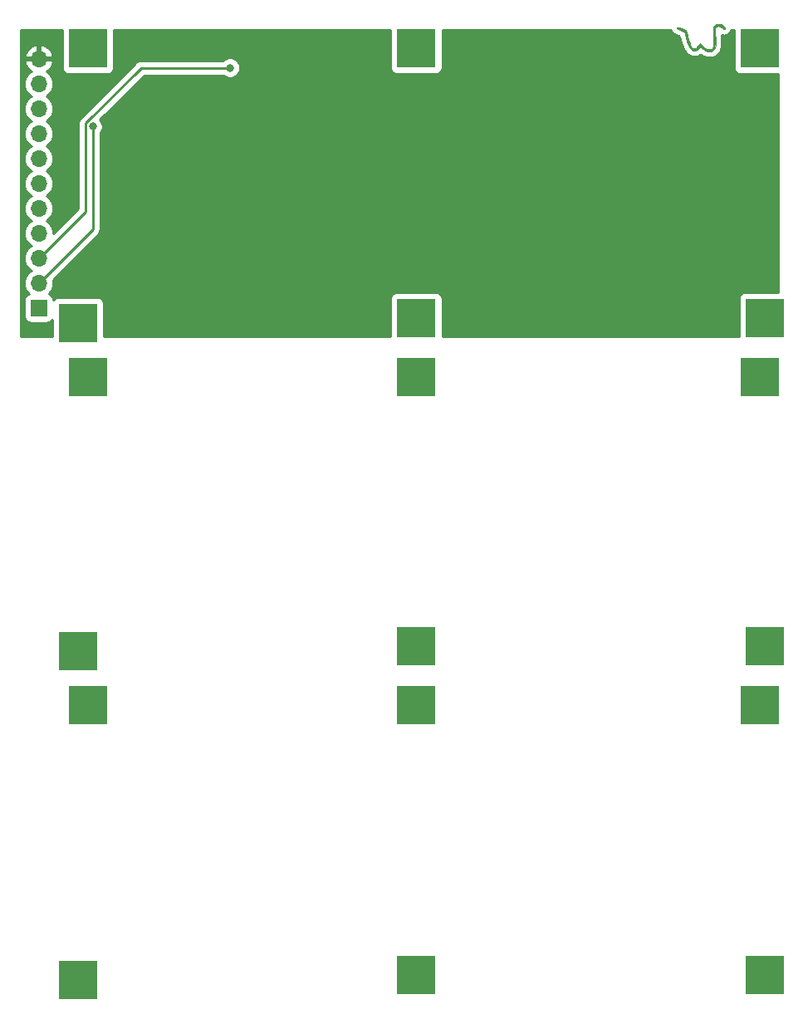
<source format=gbr>
G04 #@! TF.GenerationSoftware,KiCad,Pcbnew,5.1.0*
G04 #@! TF.CreationDate,2019-04-23T13:01:11-05:00*
G04 #@! TF.ProjectId,S4_20Badge,53345f32-3042-4616-9467-652e6b696361,rev?*
G04 #@! TF.SameCoordinates,Original*
G04 #@! TF.FileFunction,Copper,L2,Bot*
G04 #@! TF.FilePolarity,Positive*
%FSLAX46Y46*%
G04 Gerber Fmt 4.6, Leading zero omitted, Abs format (unit mm)*
G04 Created by KiCad (PCBNEW 5.1.0) date 2019-04-23 13:01:11*
%MOMM*%
%LPD*%
G04 APERTURE LIST*
%ADD10C,0.010000*%
%ADD11R,4.000000X4.000000*%
%ADD12R,1.700000X1.700000*%
%ADD13O,1.700000X1.700000*%
%ADD14C,0.800000*%
%ADD15C,0.250000*%
%ADD16C,0.254000*%
G04 APERTURE END LIST*
D10*
G36*
X180630587Y-50579101D02*
G01*
X180447524Y-50671441D01*
X180311592Y-50805243D01*
X180304211Y-50816445D01*
X180265704Y-50886560D01*
X180244213Y-50961161D01*
X180237740Y-51061906D01*
X180244287Y-51210454D01*
X180255088Y-51349000D01*
X180268682Y-51557176D01*
X180279873Y-51815106D01*
X180287394Y-52087886D01*
X180289962Y-52309064D01*
X180289221Y-52541042D01*
X180284387Y-52705025D01*
X180273305Y-52817664D01*
X180253820Y-52895610D01*
X180223775Y-52955512D01*
X180202268Y-52986397D01*
X180116398Y-53071274D01*
X180002822Y-53111004D01*
X179929984Y-53119227D01*
X179682110Y-53100096D01*
X179454281Y-53002890D01*
X179240656Y-52824818D01*
X179185776Y-52763825D01*
X179081108Y-52650241D01*
X178990934Y-52568178D01*
X178933859Y-52534453D01*
X178931888Y-52534334D01*
X178876245Y-52567452D01*
X178802818Y-52651096D01*
X178770495Y-52698393D01*
X178623131Y-52889127D01*
X178473087Y-53003226D01*
X178325716Y-53039020D01*
X178186369Y-52994837D01*
X178092029Y-52910223D01*
X178011347Y-52801415D01*
X177941066Y-52673458D01*
X177873918Y-52509221D01*
X177802636Y-52291574D01*
X177744015Y-52089834D01*
X177684550Y-51879010D01*
X177622317Y-51659557D01*
X177568667Y-51471471D01*
X177557754Y-51433442D01*
X177478584Y-51158050D01*
X177050435Y-50994582D01*
X176832433Y-50915972D01*
X176684002Y-50873703D01*
X176598999Y-50866227D01*
X176577855Y-50875545D01*
X176547323Y-50934474D01*
X176580260Y-50994145D01*
X176682714Y-51059634D01*
X176860730Y-51136021D01*
X176910113Y-51154600D01*
X177069737Y-51216840D01*
X177200704Y-51273866D01*
X177280730Y-51315783D01*
X177291473Y-51323933D01*
X177319685Y-51380037D01*
X177363474Y-51501746D01*
X177417447Y-51672637D01*
X177476210Y-51876288D01*
X177492749Y-51936804D01*
X177603263Y-52318610D01*
X177709349Y-52623568D01*
X177815154Y-52859062D01*
X177924827Y-53032475D01*
X178042515Y-53151190D01*
X178172365Y-53222591D01*
X178223931Y-53238398D01*
X178397621Y-53241191D01*
X178581426Y-53174646D01*
X178753741Y-53047924D01*
X178807431Y-52990944D01*
X178958489Y-52814467D01*
X179128458Y-52991355D01*
X179312966Y-53157866D01*
X179496288Y-53260737D01*
X179709082Y-53314778D01*
X179823587Y-53327186D01*
X179981029Y-53333485D01*
X180090094Y-53317957D01*
X180185756Y-53273620D01*
X180227666Y-53246552D01*
X180355913Y-53118677D01*
X180447302Y-52931493D01*
X180502345Y-52681317D01*
X180521551Y-52364461D01*
X180505431Y-51977242D01*
X180460818Y-51563076D01*
X180432055Y-51311873D01*
X180424811Y-51128459D01*
X180442863Y-50997833D01*
X180489991Y-50904997D01*
X180569973Y-50834951D01*
X180656298Y-50787122D01*
X180801342Y-50742101D01*
X180939703Y-50760585D01*
X181087459Y-50847350D01*
X181203421Y-50949650D01*
X181298884Y-51035110D01*
X181361491Y-51065811D01*
X181413708Y-51051090D01*
X181426473Y-51042361D01*
X181473927Y-50997661D01*
X181467648Y-50948669D01*
X181429475Y-50889482D01*
X181320040Y-50776072D01*
X181167499Y-50669287D01*
X181002595Y-50586782D01*
X180856072Y-50546212D01*
X180829026Y-50544667D01*
X180630587Y-50579101D01*
X180630587Y-50579101D01*
G37*
X180630587Y-50579101D02*
X180447524Y-50671441D01*
X180311592Y-50805243D01*
X180304211Y-50816445D01*
X180265704Y-50886560D01*
X180244213Y-50961161D01*
X180237740Y-51061906D01*
X180244287Y-51210454D01*
X180255088Y-51349000D01*
X180268682Y-51557176D01*
X180279873Y-51815106D01*
X180287394Y-52087886D01*
X180289962Y-52309064D01*
X180289221Y-52541042D01*
X180284387Y-52705025D01*
X180273305Y-52817664D01*
X180253820Y-52895610D01*
X180223775Y-52955512D01*
X180202268Y-52986397D01*
X180116398Y-53071274D01*
X180002822Y-53111004D01*
X179929984Y-53119227D01*
X179682110Y-53100096D01*
X179454281Y-53002890D01*
X179240656Y-52824818D01*
X179185776Y-52763825D01*
X179081108Y-52650241D01*
X178990934Y-52568178D01*
X178933859Y-52534453D01*
X178931888Y-52534334D01*
X178876245Y-52567452D01*
X178802818Y-52651096D01*
X178770495Y-52698393D01*
X178623131Y-52889127D01*
X178473087Y-53003226D01*
X178325716Y-53039020D01*
X178186369Y-52994837D01*
X178092029Y-52910223D01*
X178011347Y-52801415D01*
X177941066Y-52673458D01*
X177873918Y-52509221D01*
X177802636Y-52291574D01*
X177744015Y-52089834D01*
X177684550Y-51879010D01*
X177622317Y-51659557D01*
X177568667Y-51471471D01*
X177557754Y-51433442D01*
X177478584Y-51158050D01*
X177050435Y-50994582D01*
X176832433Y-50915972D01*
X176684002Y-50873703D01*
X176598999Y-50866227D01*
X176577855Y-50875545D01*
X176547323Y-50934474D01*
X176580260Y-50994145D01*
X176682714Y-51059634D01*
X176860730Y-51136021D01*
X176910113Y-51154600D01*
X177069737Y-51216840D01*
X177200704Y-51273866D01*
X177280730Y-51315783D01*
X177291473Y-51323933D01*
X177319685Y-51380037D01*
X177363474Y-51501746D01*
X177417447Y-51672637D01*
X177476210Y-51876288D01*
X177492749Y-51936804D01*
X177603263Y-52318610D01*
X177709349Y-52623568D01*
X177815154Y-52859062D01*
X177924827Y-53032475D01*
X178042515Y-53151190D01*
X178172365Y-53222591D01*
X178223931Y-53238398D01*
X178397621Y-53241191D01*
X178581426Y-53174646D01*
X178753741Y-53047924D01*
X178807431Y-52990944D01*
X178958489Y-52814467D01*
X179128458Y-52991355D01*
X179312966Y-53157866D01*
X179496288Y-53260737D01*
X179709082Y-53314778D01*
X179823587Y-53327186D01*
X179981029Y-53333485D01*
X180090094Y-53317957D01*
X180185756Y-53273620D01*
X180227666Y-53246552D01*
X180355913Y-53118677D01*
X180447302Y-52931493D01*
X180502345Y-52681317D01*
X180521551Y-52364461D01*
X180505431Y-51977242D01*
X180460818Y-51563076D01*
X180432055Y-51311873D01*
X180424811Y-51128459D01*
X180442863Y-50997833D01*
X180489991Y-50904997D01*
X180569973Y-50834951D01*
X180656298Y-50787122D01*
X180801342Y-50742101D01*
X180939703Y-50760585D01*
X181087459Y-50847350D01*
X181203421Y-50949650D01*
X181298884Y-51035110D01*
X181361491Y-51065811D01*
X181413708Y-51051090D01*
X181426473Y-51042361D01*
X181473927Y-50997661D01*
X181467648Y-50948669D01*
X181429475Y-50889482D01*
X181320040Y-50776072D01*
X181167499Y-50669287D01*
X181002595Y-50586782D01*
X180856072Y-50546212D01*
X180829026Y-50544667D01*
X180630587Y-50579101D01*
D11*
X115500000Y-148000000D03*
X116500000Y-120000000D03*
X185000000Y-120000000D03*
X185500000Y-147500000D03*
X150000000Y-120000000D03*
X150000000Y-147500000D03*
X185500000Y-114000000D03*
X150000000Y-86500000D03*
X150000000Y-114000000D03*
X185000000Y-86500000D03*
X115500000Y-114500000D03*
X116500000Y-86500000D03*
X115500000Y-81000000D03*
X185500000Y-80500000D03*
X185000000Y-53000000D03*
X150000000Y-80500000D03*
X150000000Y-53000000D03*
X116500000Y-53000000D03*
D12*
X111500000Y-79500000D03*
D13*
X111500000Y-76960000D03*
X111500000Y-74420000D03*
X111500000Y-71880000D03*
X111500000Y-69340000D03*
X111500000Y-66800000D03*
X111500000Y-64260000D03*
X111500000Y-61720000D03*
X111500000Y-59180000D03*
X111500000Y-56640000D03*
X111500000Y-54100000D03*
D14*
X117000000Y-61000000D03*
X131000000Y-55000000D03*
X121500000Y-74500000D03*
X126000000Y-69000000D03*
X158500000Y-59000000D03*
X144000000Y-70000000D03*
D15*
X111500000Y-76960000D02*
X117000000Y-71460000D01*
X117000000Y-71460000D02*
X117000000Y-61000000D01*
X121926998Y-55000000D02*
X131000000Y-55000000D01*
X116274999Y-60651999D02*
X121926998Y-55000000D01*
X111500000Y-74420000D02*
X116274999Y-69645001D01*
X116274999Y-69645001D02*
X116274999Y-60651999D01*
D16*
G36*
X113861928Y-55000000D02*
G01*
X113874188Y-55124482D01*
X113910498Y-55244180D01*
X113969463Y-55354494D01*
X114048815Y-55451185D01*
X114145506Y-55530537D01*
X114255820Y-55589502D01*
X114375518Y-55625812D01*
X114500000Y-55638072D01*
X118500000Y-55638072D01*
X118624482Y-55625812D01*
X118744180Y-55589502D01*
X118854494Y-55530537D01*
X118951185Y-55451185D01*
X119030537Y-55354494D01*
X119089502Y-55244180D01*
X119125812Y-55124482D01*
X119138072Y-55000000D01*
X119138072Y-51127000D01*
X147361928Y-51127000D01*
X147361928Y-55000000D01*
X147374188Y-55124482D01*
X147410498Y-55244180D01*
X147469463Y-55354494D01*
X147548815Y-55451185D01*
X147645506Y-55530537D01*
X147755820Y-55589502D01*
X147875518Y-55625812D01*
X148000000Y-55638072D01*
X152000000Y-55638072D01*
X152124482Y-55625812D01*
X152244180Y-55589502D01*
X152354494Y-55530537D01*
X152451185Y-55451185D01*
X152530537Y-55354494D01*
X152589502Y-55244180D01*
X152625812Y-55124482D01*
X152638072Y-55000000D01*
X152638072Y-51127000D01*
X175937081Y-51127000D01*
X175959924Y-51180786D01*
X175982749Y-51235899D01*
X175985415Y-51240808D01*
X175985471Y-51240941D01*
X175985549Y-51241056D01*
X175987013Y-51243752D01*
X176019950Y-51303423D01*
X176036780Y-51327912D01*
X176051011Y-51354000D01*
X176072069Y-51379263D01*
X176090694Y-51406364D01*
X176111961Y-51427119D01*
X176130987Y-51449944D01*
X176156551Y-51470636D01*
X176180085Y-51493604D01*
X176204971Y-51509829D01*
X176228074Y-51528529D01*
X176235570Y-51533394D01*
X176338024Y-51598882D01*
X176380612Y-51620570D01*
X176422155Y-51644193D01*
X176430342Y-51647774D01*
X176608358Y-51724161D01*
X176618006Y-51727226D01*
X176627027Y-51731826D01*
X176635369Y-51735031D01*
X176681118Y-51752242D01*
X176784111Y-51792401D01*
X176804747Y-51857740D01*
X176860041Y-52049366D01*
X176875390Y-52105528D01*
X176875504Y-52105827D01*
X176875559Y-52106147D01*
X176877984Y-52114748D01*
X176988498Y-52496555D01*
X176993143Y-52508201D01*
X176995916Y-52520427D01*
X176998793Y-52528887D01*
X177104879Y-52833845D01*
X177114755Y-52855238D01*
X177121958Y-52877680D01*
X177125564Y-52885856D01*
X177231369Y-53121351D01*
X177251674Y-53156813D01*
X177269527Y-53193564D01*
X177274251Y-53201150D01*
X177383924Y-53374562D01*
X177385442Y-53376511D01*
X177386569Y-53378709D01*
X177423835Y-53425810D01*
X177460671Y-53473109D01*
X177462535Y-53474723D01*
X177464070Y-53476663D01*
X177470317Y-53483053D01*
X177588005Y-53601768D01*
X177607141Y-53617626D01*
X177624282Y-53635629D01*
X177655124Y-53657390D01*
X177684179Y-53681468D01*
X177706027Y-53693305D01*
X177726341Y-53707638D01*
X177734142Y-53711998D01*
X177863992Y-53783399D01*
X177920111Y-53807458D01*
X177976269Y-53831809D01*
X177978680Y-53832567D01*
X177978793Y-53832615D01*
X177978920Y-53832642D01*
X177984795Y-53834488D01*
X178036360Y-53850294D01*
X178058956Y-53854868D01*
X178080820Y-53862192D01*
X178120043Y-53867232D01*
X178158784Y-53875073D01*
X178181829Y-53875170D01*
X178204707Y-53878110D01*
X178213641Y-53878315D01*
X178387330Y-53881108D01*
X178436404Y-53877092D01*
X178485612Y-53875113D01*
X178498552Y-53872006D01*
X178511820Y-53870920D01*
X178559179Y-53857448D01*
X178607065Y-53845950D01*
X178615489Y-53842966D01*
X178799293Y-53776422D01*
X178821658Y-53765753D01*
X178845112Y-53757800D01*
X178877892Y-53738927D01*
X178912029Y-53722643D01*
X178931881Y-53707844D01*
X178953359Y-53695479D01*
X178960594Y-53690234D01*
X178961118Y-53689848D01*
X178984636Y-53707228D01*
X178988516Y-53709059D01*
X178992009Y-53711569D01*
X178999772Y-53715996D01*
X179183094Y-53818867D01*
X179198729Y-53825730D01*
X179213228Y-53834737D01*
X179255798Y-53850780D01*
X179297467Y-53869071D01*
X179314135Y-53872766D01*
X179330109Y-53878786D01*
X179338755Y-53881046D01*
X179551549Y-53935087D01*
X179591652Y-53941187D01*
X179631257Y-53950029D01*
X179640134Y-53951053D01*
X179754639Y-53963461D01*
X179771954Y-53963638D01*
X179789076Y-53966255D01*
X179798002Y-53966674D01*
X179955444Y-53972973D01*
X180008861Y-53969885D01*
X180062383Y-53968294D01*
X180071239Y-53967095D01*
X180180304Y-53951567D01*
X180206183Y-53945257D01*
X180232610Y-53941887D01*
X180266723Y-53930495D01*
X180301655Y-53921978D01*
X180325808Y-53910765D01*
X180351085Y-53902324D01*
X180359218Y-53898622D01*
X180454880Y-53854285D01*
X180489485Y-53833928D01*
X180525442Y-53816035D01*
X180532982Y-53811239D01*
X180574892Y-53784171D01*
X180575159Y-53783959D01*
X180575455Y-53783806D01*
X180624474Y-53744792D01*
X180672703Y-53706488D01*
X180672916Y-53706237D01*
X180673185Y-53706023D01*
X180679557Y-53699757D01*
X180807804Y-53571882D01*
X180832880Y-53541444D01*
X180860081Y-53512903D01*
X180872499Y-53493353D01*
X180887225Y-53475478D01*
X180905903Y-53440764D01*
X180927052Y-53407469D01*
X180931028Y-53399466D01*
X181022417Y-53212282D01*
X181025575Y-53203800D01*
X181030101Y-53195964D01*
X181047348Y-53145327D01*
X181066003Y-53095227D01*
X181067452Y-53086301D01*
X181070372Y-53077729D01*
X181072352Y-53069015D01*
X181127395Y-52818838D01*
X181132781Y-52773728D01*
X181140570Y-52728955D01*
X181141173Y-52720039D01*
X181160379Y-52403183D01*
X181159328Y-52374952D01*
X181161307Y-52346771D01*
X181160997Y-52337840D01*
X181144877Y-51950622D01*
X181142572Y-51934187D01*
X181142645Y-51917591D01*
X181141750Y-51908699D01*
X181114246Y-51653368D01*
X181118744Y-51655052D01*
X181156766Y-51672184D01*
X181177126Y-51676905D01*
X181196686Y-51684227D01*
X181237815Y-51690978D01*
X181278444Y-51700400D01*
X181299331Y-51701077D01*
X181319942Y-51704460D01*
X181361613Y-51703094D01*
X181403285Y-51704444D01*
X181423897Y-51701053D01*
X181444781Y-51700368D01*
X181485390Y-51690935D01*
X181526533Y-51684165D01*
X181535150Y-51681800D01*
X181587367Y-51667079D01*
X181621818Y-51653616D01*
X181657234Y-51642947D01*
X181679853Y-51630938D01*
X181703706Y-51621617D01*
X181734880Y-51601723D01*
X181753103Y-51592048D01*
X181758853Y-51589282D01*
X181760160Y-51588301D01*
X181767555Y-51584375D01*
X181774966Y-51579382D01*
X181787731Y-51570653D01*
X181801025Y-51559512D01*
X181808999Y-51554423D01*
X181822393Y-51541604D01*
X181822479Y-51541532D01*
X181858754Y-51514308D01*
X181865301Y-51508226D01*
X181912755Y-51463526D01*
X181943637Y-51428139D01*
X181976208Y-51394290D01*
X181984635Y-51381162D01*
X181994885Y-51369417D01*
X182018299Y-51328717D01*
X182043681Y-51289176D01*
X182049397Y-51274661D01*
X182057171Y-51261149D01*
X182072240Y-51216661D01*
X182089452Y-51172958D01*
X182092238Y-51157622D01*
X182097243Y-51142846D01*
X182099332Y-51127000D01*
X182361928Y-51127000D01*
X182361928Y-55000000D01*
X182374188Y-55124482D01*
X182410498Y-55244180D01*
X182469463Y-55354494D01*
X182548815Y-55451185D01*
X182645506Y-55530537D01*
X182755820Y-55589502D01*
X182875518Y-55625812D01*
X183000000Y-55638072D01*
X186873000Y-55638072D01*
X186873000Y-77861928D01*
X183500000Y-77861928D01*
X183375518Y-77874188D01*
X183255820Y-77910498D01*
X183145506Y-77969463D01*
X183048815Y-78048815D01*
X182969463Y-78145506D01*
X182910498Y-78255820D01*
X182874188Y-78375518D01*
X182861928Y-78500000D01*
X182861928Y-82373000D01*
X152638072Y-82373000D01*
X152638072Y-78500000D01*
X152625812Y-78375518D01*
X152589502Y-78255820D01*
X152530537Y-78145506D01*
X152451185Y-78048815D01*
X152354494Y-77969463D01*
X152244180Y-77910498D01*
X152124482Y-77874188D01*
X152000000Y-77861928D01*
X148000000Y-77861928D01*
X147875518Y-77874188D01*
X147755820Y-77910498D01*
X147645506Y-77969463D01*
X147548815Y-78048815D01*
X147469463Y-78145506D01*
X147410498Y-78255820D01*
X147374188Y-78375518D01*
X147361928Y-78500000D01*
X147361928Y-82373000D01*
X118138072Y-82373000D01*
X118138072Y-79000000D01*
X118125812Y-78875518D01*
X118089502Y-78755820D01*
X118030537Y-78645506D01*
X117951185Y-78548815D01*
X117854494Y-78469463D01*
X117744180Y-78410498D01*
X117624482Y-78374188D01*
X117500000Y-78361928D01*
X113500000Y-78361928D01*
X113375518Y-78374188D01*
X113255820Y-78410498D01*
X113145506Y-78469463D01*
X113048815Y-78548815D01*
X112985683Y-78625742D01*
X112975812Y-78525518D01*
X112939502Y-78405820D01*
X112880537Y-78295506D01*
X112801185Y-78198815D01*
X112704494Y-78119463D01*
X112594180Y-78060498D01*
X112525313Y-78039607D01*
X112555134Y-78015134D01*
X112740706Y-77789014D01*
X112878599Y-77531034D01*
X112963513Y-77251111D01*
X112992185Y-76960000D01*
X112963513Y-76668889D01*
X112940797Y-76594004D01*
X117511004Y-72023798D01*
X117540001Y-72000001D01*
X117634974Y-71884276D01*
X117705546Y-71752247D01*
X117749003Y-71608986D01*
X117760000Y-71497333D01*
X117760000Y-71497332D01*
X117763677Y-71460000D01*
X117760000Y-71422667D01*
X117760000Y-61703711D01*
X117803937Y-61659774D01*
X117917205Y-61490256D01*
X117995226Y-61301898D01*
X118035000Y-61101939D01*
X118035000Y-60898061D01*
X117995226Y-60698102D01*
X117917205Y-60509744D01*
X117803937Y-60340226D01*
X117732755Y-60269044D01*
X122241800Y-55760000D01*
X130296289Y-55760000D01*
X130340226Y-55803937D01*
X130509744Y-55917205D01*
X130698102Y-55995226D01*
X130898061Y-56035000D01*
X131101939Y-56035000D01*
X131301898Y-55995226D01*
X131490256Y-55917205D01*
X131659774Y-55803937D01*
X131803937Y-55659774D01*
X131917205Y-55490256D01*
X131995226Y-55301898D01*
X132035000Y-55101939D01*
X132035000Y-54898061D01*
X131995226Y-54698102D01*
X131917205Y-54509744D01*
X131803937Y-54340226D01*
X131659774Y-54196063D01*
X131490256Y-54082795D01*
X131301898Y-54004774D01*
X131101939Y-53965000D01*
X130898061Y-53965000D01*
X130698102Y-54004774D01*
X130509744Y-54082795D01*
X130340226Y-54196063D01*
X130296289Y-54240000D01*
X121964323Y-54240000D01*
X121926998Y-54236324D01*
X121889673Y-54240000D01*
X121889665Y-54240000D01*
X121778012Y-54250997D01*
X121634751Y-54294454D01*
X121502722Y-54365026D01*
X121386997Y-54459999D01*
X121363199Y-54488997D01*
X115763997Y-60088200D01*
X115734999Y-60111998D01*
X115711201Y-60140996D01*
X115711200Y-60140997D01*
X115640025Y-60227723D01*
X115569453Y-60359753D01*
X115525997Y-60503014D01*
X115511323Y-60651999D01*
X115515000Y-60689331D01*
X115514999Y-69330199D01*
X112989765Y-71855433D01*
X112963513Y-71588889D01*
X112878599Y-71308966D01*
X112740706Y-71050986D01*
X112555134Y-70824866D01*
X112329014Y-70639294D01*
X112274209Y-70610000D01*
X112329014Y-70580706D01*
X112555134Y-70395134D01*
X112740706Y-70169014D01*
X112878599Y-69911034D01*
X112963513Y-69631111D01*
X112992185Y-69340000D01*
X112963513Y-69048889D01*
X112878599Y-68768966D01*
X112740706Y-68510986D01*
X112555134Y-68284866D01*
X112329014Y-68099294D01*
X112274209Y-68070000D01*
X112329014Y-68040706D01*
X112555134Y-67855134D01*
X112740706Y-67629014D01*
X112878599Y-67371034D01*
X112963513Y-67091111D01*
X112992185Y-66800000D01*
X112963513Y-66508889D01*
X112878599Y-66228966D01*
X112740706Y-65970986D01*
X112555134Y-65744866D01*
X112329014Y-65559294D01*
X112274209Y-65530000D01*
X112329014Y-65500706D01*
X112555134Y-65315134D01*
X112740706Y-65089014D01*
X112878599Y-64831034D01*
X112963513Y-64551111D01*
X112992185Y-64260000D01*
X112963513Y-63968889D01*
X112878599Y-63688966D01*
X112740706Y-63430986D01*
X112555134Y-63204866D01*
X112329014Y-63019294D01*
X112274209Y-62990000D01*
X112329014Y-62960706D01*
X112555134Y-62775134D01*
X112740706Y-62549014D01*
X112878599Y-62291034D01*
X112963513Y-62011111D01*
X112992185Y-61720000D01*
X112963513Y-61428889D01*
X112878599Y-61148966D01*
X112740706Y-60890986D01*
X112555134Y-60664866D01*
X112329014Y-60479294D01*
X112274209Y-60450000D01*
X112329014Y-60420706D01*
X112555134Y-60235134D01*
X112740706Y-60009014D01*
X112878599Y-59751034D01*
X112963513Y-59471111D01*
X112992185Y-59180000D01*
X112963513Y-58888889D01*
X112878599Y-58608966D01*
X112740706Y-58350986D01*
X112555134Y-58124866D01*
X112329014Y-57939294D01*
X112274209Y-57910000D01*
X112329014Y-57880706D01*
X112555134Y-57695134D01*
X112740706Y-57469014D01*
X112878599Y-57211034D01*
X112963513Y-56931111D01*
X112992185Y-56640000D01*
X112963513Y-56348889D01*
X112878599Y-56068966D01*
X112740706Y-55810986D01*
X112555134Y-55584866D01*
X112329014Y-55399294D01*
X112264477Y-55364799D01*
X112381355Y-55295178D01*
X112597588Y-55100269D01*
X112771641Y-54866920D01*
X112896825Y-54604099D01*
X112941476Y-54456890D01*
X112820155Y-54227000D01*
X111627000Y-54227000D01*
X111627000Y-54247000D01*
X111373000Y-54247000D01*
X111373000Y-54227000D01*
X110179845Y-54227000D01*
X110058524Y-54456890D01*
X110103175Y-54604099D01*
X110228359Y-54866920D01*
X110402412Y-55100269D01*
X110618645Y-55295178D01*
X110735523Y-55364799D01*
X110670986Y-55399294D01*
X110444866Y-55584866D01*
X110259294Y-55810986D01*
X110121401Y-56068966D01*
X110036487Y-56348889D01*
X110007815Y-56640000D01*
X110036487Y-56931111D01*
X110121401Y-57211034D01*
X110259294Y-57469014D01*
X110444866Y-57695134D01*
X110670986Y-57880706D01*
X110725791Y-57910000D01*
X110670986Y-57939294D01*
X110444866Y-58124866D01*
X110259294Y-58350986D01*
X110121401Y-58608966D01*
X110036487Y-58888889D01*
X110007815Y-59180000D01*
X110036487Y-59471111D01*
X110121401Y-59751034D01*
X110259294Y-60009014D01*
X110444866Y-60235134D01*
X110670986Y-60420706D01*
X110725791Y-60450000D01*
X110670986Y-60479294D01*
X110444866Y-60664866D01*
X110259294Y-60890986D01*
X110121401Y-61148966D01*
X110036487Y-61428889D01*
X110007815Y-61720000D01*
X110036487Y-62011111D01*
X110121401Y-62291034D01*
X110259294Y-62549014D01*
X110444866Y-62775134D01*
X110670986Y-62960706D01*
X110725791Y-62990000D01*
X110670986Y-63019294D01*
X110444866Y-63204866D01*
X110259294Y-63430986D01*
X110121401Y-63688966D01*
X110036487Y-63968889D01*
X110007815Y-64260000D01*
X110036487Y-64551111D01*
X110121401Y-64831034D01*
X110259294Y-65089014D01*
X110444866Y-65315134D01*
X110670986Y-65500706D01*
X110725791Y-65530000D01*
X110670986Y-65559294D01*
X110444866Y-65744866D01*
X110259294Y-65970986D01*
X110121401Y-66228966D01*
X110036487Y-66508889D01*
X110007815Y-66800000D01*
X110036487Y-67091111D01*
X110121401Y-67371034D01*
X110259294Y-67629014D01*
X110444866Y-67855134D01*
X110670986Y-68040706D01*
X110725791Y-68070000D01*
X110670986Y-68099294D01*
X110444866Y-68284866D01*
X110259294Y-68510986D01*
X110121401Y-68768966D01*
X110036487Y-69048889D01*
X110007815Y-69340000D01*
X110036487Y-69631111D01*
X110121401Y-69911034D01*
X110259294Y-70169014D01*
X110444866Y-70395134D01*
X110670986Y-70580706D01*
X110725791Y-70610000D01*
X110670986Y-70639294D01*
X110444866Y-70824866D01*
X110259294Y-71050986D01*
X110121401Y-71308966D01*
X110036487Y-71588889D01*
X110007815Y-71880000D01*
X110036487Y-72171111D01*
X110121401Y-72451034D01*
X110259294Y-72709014D01*
X110444866Y-72935134D01*
X110670986Y-73120706D01*
X110725791Y-73150000D01*
X110670986Y-73179294D01*
X110444866Y-73364866D01*
X110259294Y-73590986D01*
X110121401Y-73848966D01*
X110036487Y-74128889D01*
X110007815Y-74420000D01*
X110036487Y-74711111D01*
X110121401Y-74991034D01*
X110259294Y-75249014D01*
X110444866Y-75475134D01*
X110670986Y-75660706D01*
X110725791Y-75690000D01*
X110670986Y-75719294D01*
X110444866Y-75904866D01*
X110259294Y-76130986D01*
X110121401Y-76388966D01*
X110036487Y-76668889D01*
X110007815Y-76960000D01*
X110036487Y-77251111D01*
X110121401Y-77531034D01*
X110259294Y-77789014D01*
X110444866Y-78015134D01*
X110474687Y-78039607D01*
X110405820Y-78060498D01*
X110295506Y-78119463D01*
X110198815Y-78198815D01*
X110119463Y-78295506D01*
X110060498Y-78405820D01*
X110024188Y-78525518D01*
X110011928Y-78650000D01*
X110011928Y-80350000D01*
X110024188Y-80474482D01*
X110060498Y-80594180D01*
X110119463Y-80704494D01*
X110198815Y-80801185D01*
X110295506Y-80880537D01*
X110405820Y-80939502D01*
X110525518Y-80975812D01*
X110650000Y-80988072D01*
X112350000Y-80988072D01*
X112474482Y-80975812D01*
X112594180Y-80939502D01*
X112704494Y-80880537D01*
X112801185Y-80801185D01*
X112861928Y-80727169D01*
X112861928Y-82373000D01*
X109627000Y-82373000D01*
X109627000Y-53743110D01*
X110058524Y-53743110D01*
X110179845Y-53973000D01*
X111373000Y-53973000D01*
X111373000Y-52779186D01*
X111627000Y-52779186D01*
X111627000Y-53973000D01*
X112820155Y-53973000D01*
X112941476Y-53743110D01*
X112896825Y-53595901D01*
X112771641Y-53333080D01*
X112597588Y-53099731D01*
X112381355Y-52904822D01*
X112131252Y-52755843D01*
X111856891Y-52658519D01*
X111627000Y-52779186D01*
X111373000Y-52779186D01*
X111143109Y-52658519D01*
X110868748Y-52755843D01*
X110618645Y-52904822D01*
X110402412Y-53099731D01*
X110228359Y-53333080D01*
X110103175Y-53595901D01*
X110058524Y-53743110D01*
X109627000Y-53743110D01*
X109627000Y-51127000D01*
X113861928Y-51127000D01*
X113861928Y-55000000D01*
X113861928Y-55000000D01*
G37*
X113861928Y-55000000D02*
X113874188Y-55124482D01*
X113910498Y-55244180D01*
X113969463Y-55354494D01*
X114048815Y-55451185D01*
X114145506Y-55530537D01*
X114255820Y-55589502D01*
X114375518Y-55625812D01*
X114500000Y-55638072D01*
X118500000Y-55638072D01*
X118624482Y-55625812D01*
X118744180Y-55589502D01*
X118854494Y-55530537D01*
X118951185Y-55451185D01*
X119030537Y-55354494D01*
X119089502Y-55244180D01*
X119125812Y-55124482D01*
X119138072Y-55000000D01*
X119138072Y-51127000D01*
X147361928Y-51127000D01*
X147361928Y-55000000D01*
X147374188Y-55124482D01*
X147410498Y-55244180D01*
X147469463Y-55354494D01*
X147548815Y-55451185D01*
X147645506Y-55530537D01*
X147755820Y-55589502D01*
X147875518Y-55625812D01*
X148000000Y-55638072D01*
X152000000Y-55638072D01*
X152124482Y-55625812D01*
X152244180Y-55589502D01*
X152354494Y-55530537D01*
X152451185Y-55451185D01*
X152530537Y-55354494D01*
X152589502Y-55244180D01*
X152625812Y-55124482D01*
X152638072Y-55000000D01*
X152638072Y-51127000D01*
X175937081Y-51127000D01*
X175959924Y-51180786D01*
X175982749Y-51235899D01*
X175985415Y-51240808D01*
X175985471Y-51240941D01*
X175985549Y-51241056D01*
X175987013Y-51243752D01*
X176019950Y-51303423D01*
X176036780Y-51327912D01*
X176051011Y-51354000D01*
X176072069Y-51379263D01*
X176090694Y-51406364D01*
X176111961Y-51427119D01*
X176130987Y-51449944D01*
X176156551Y-51470636D01*
X176180085Y-51493604D01*
X176204971Y-51509829D01*
X176228074Y-51528529D01*
X176235570Y-51533394D01*
X176338024Y-51598882D01*
X176380612Y-51620570D01*
X176422155Y-51644193D01*
X176430342Y-51647774D01*
X176608358Y-51724161D01*
X176618006Y-51727226D01*
X176627027Y-51731826D01*
X176635369Y-51735031D01*
X176681118Y-51752242D01*
X176784111Y-51792401D01*
X176804747Y-51857740D01*
X176860041Y-52049366D01*
X176875390Y-52105528D01*
X176875504Y-52105827D01*
X176875559Y-52106147D01*
X176877984Y-52114748D01*
X176988498Y-52496555D01*
X176993143Y-52508201D01*
X176995916Y-52520427D01*
X176998793Y-52528887D01*
X177104879Y-52833845D01*
X177114755Y-52855238D01*
X177121958Y-52877680D01*
X177125564Y-52885856D01*
X177231369Y-53121351D01*
X177251674Y-53156813D01*
X177269527Y-53193564D01*
X177274251Y-53201150D01*
X177383924Y-53374562D01*
X177385442Y-53376511D01*
X177386569Y-53378709D01*
X177423835Y-53425810D01*
X177460671Y-53473109D01*
X177462535Y-53474723D01*
X177464070Y-53476663D01*
X177470317Y-53483053D01*
X177588005Y-53601768D01*
X177607141Y-53617626D01*
X177624282Y-53635629D01*
X177655124Y-53657390D01*
X177684179Y-53681468D01*
X177706027Y-53693305D01*
X177726341Y-53707638D01*
X177734142Y-53711998D01*
X177863992Y-53783399D01*
X177920111Y-53807458D01*
X177976269Y-53831809D01*
X177978680Y-53832567D01*
X177978793Y-53832615D01*
X177978920Y-53832642D01*
X177984795Y-53834488D01*
X178036360Y-53850294D01*
X178058956Y-53854868D01*
X178080820Y-53862192D01*
X178120043Y-53867232D01*
X178158784Y-53875073D01*
X178181829Y-53875170D01*
X178204707Y-53878110D01*
X178213641Y-53878315D01*
X178387330Y-53881108D01*
X178436404Y-53877092D01*
X178485612Y-53875113D01*
X178498552Y-53872006D01*
X178511820Y-53870920D01*
X178559179Y-53857448D01*
X178607065Y-53845950D01*
X178615489Y-53842966D01*
X178799293Y-53776422D01*
X178821658Y-53765753D01*
X178845112Y-53757800D01*
X178877892Y-53738927D01*
X178912029Y-53722643D01*
X178931881Y-53707844D01*
X178953359Y-53695479D01*
X178960594Y-53690234D01*
X178961118Y-53689848D01*
X178984636Y-53707228D01*
X178988516Y-53709059D01*
X178992009Y-53711569D01*
X178999772Y-53715996D01*
X179183094Y-53818867D01*
X179198729Y-53825730D01*
X179213228Y-53834737D01*
X179255798Y-53850780D01*
X179297467Y-53869071D01*
X179314135Y-53872766D01*
X179330109Y-53878786D01*
X179338755Y-53881046D01*
X179551549Y-53935087D01*
X179591652Y-53941187D01*
X179631257Y-53950029D01*
X179640134Y-53951053D01*
X179754639Y-53963461D01*
X179771954Y-53963638D01*
X179789076Y-53966255D01*
X179798002Y-53966674D01*
X179955444Y-53972973D01*
X180008861Y-53969885D01*
X180062383Y-53968294D01*
X180071239Y-53967095D01*
X180180304Y-53951567D01*
X180206183Y-53945257D01*
X180232610Y-53941887D01*
X180266723Y-53930495D01*
X180301655Y-53921978D01*
X180325808Y-53910765D01*
X180351085Y-53902324D01*
X180359218Y-53898622D01*
X180454880Y-53854285D01*
X180489485Y-53833928D01*
X180525442Y-53816035D01*
X180532982Y-53811239D01*
X180574892Y-53784171D01*
X180575159Y-53783959D01*
X180575455Y-53783806D01*
X180624474Y-53744792D01*
X180672703Y-53706488D01*
X180672916Y-53706237D01*
X180673185Y-53706023D01*
X180679557Y-53699757D01*
X180807804Y-53571882D01*
X180832880Y-53541444D01*
X180860081Y-53512903D01*
X180872499Y-53493353D01*
X180887225Y-53475478D01*
X180905903Y-53440764D01*
X180927052Y-53407469D01*
X180931028Y-53399466D01*
X181022417Y-53212282D01*
X181025575Y-53203800D01*
X181030101Y-53195964D01*
X181047348Y-53145327D01*
X181066003Y-53095227D01*
X181067452Y-53086301D01*
X181070372Y-53077729D01*
X181072352Y-53069015D01*
X181127395Y-52818838D01*
X181132781Y-52773728D01*
X181140570Y-52728955D01*
X181141173Y-52720039D01*
X181160379Y-52403183D01*
X181159328Y-52374952D01*
X181161307Y-52346771D01*
X181160997Y-52337840D01*
X181144877Y-51950622D01*
X181142572Y-51934187D01*
X181142645Y-51917591D01*
X181141750Y-51908699D01*
X181114246Y-51653368D01*
X181118744Y-51655052D01*
X181156766Y-51672184D01*
X181177126Y-51676905D01*
X181196686Y-51684227D01*
X181237815Y-51690978D01*
X181278444Y-51700400D01*
X181299331Y-51701077D01*
X181319942Y-51704460D01*
X181361613Y-51703094D01*
X181403285Y-51704444D01*
X181423897Y-51701053D01*
X181444781Y-51700368D01*
X181485390Y-51690935D01*
X181526533Y-51684165D01*
X181535150Y-51681800D01*
X181587367Y-51667079D01*
X181621818Y-51653616D01*
X181657234Y-51642947D01*
X181679853Y-51630938D01*
X181703706Y-51621617D01*
X181734880Y-51601723D01*
X181753103Y-51592048D01*
X181758853Y-51589282D01*
X181760160Y-51588301D01*
X181767555Y-51584375D01*
X181774966Y-51579382D01*
X181787731Y-51570653D01*
X181801025Y-51559512D01*
X181808999Y-51554423D01*
X181822393Y-51541604D01*
X181822479Y-51541532D01*
X181858754Y-51514308D01*
X181865301Y-51508226D01*
X181912755Y-51463526D01*
X181943637Y-51428139D01*
X181976208Y-51394290D01*
X181984635Y-51381162D01*
X181994885Y-51369417D01*
X182018299Y-51328717D01*
X182043681Y-51289176D01*
X182049397Y-51274661D01*
X182057171Y-51261149D01*
X182072240Y-51216661D01*
X182089452Y-51172958D01*
X182092238Y-51157622D01*
X182097243Y-51142846D01*
X182099332Y-51127000D01*
X182361928Y-51127000D01*
X182361928Y-55000000D01*
X182374188Y-55124482D01*
X182410498Y-55244180D01*
X182469463Y-55354494D01*
X182548815Y-55451185D01*
X182645506Y-55530537D01*
X182755820Y-55589502D01*
X182875518Y-55625812D01*
X183000000Y-55638072D01*
X186873000Y-55638072D01*
X186873000Y-77861928D01*
X183500000Y-77861928D01*
X183375518Y-77874188D01*
X183255820Y-77910498D01*
X183145506Y-77969463D01*
X183048815Y-78048815D01*
X182969463Y-78145506D01*
X182910498Y-78255820D01*
X182874188Y-78375518D01*
X182861928Y-78500000D01*
X182861928Y-82373000D01*
X152638072Y-82373000D01*
X152638072Y-78500000D01*
X152625812Y-78375518D01*
X152589502Y-78255820D01*
X152530537Y-78145506D01*
X152451185Y-78048815D01*
X152354494Y-77969463D01*
X152244180Y-77910498D01*
X152124482Y-77874188D01*
X152000000Y-77861928D01*
X148000000Y-77861928D01*
X147875518Y-77874188D01*
X147755820Y-77910498D01*
X147645506Y-77969463D01*
X147548815Y-78048815D01*
X147469463Y-78145506D01*
X147410498Y-78255820D01*
X147374188Y-78375518D01*
X147361928Y-78500000D01*
X147361928Y-82373000D01*
X118138072Y-82373000D01*
X118138072Y-79000000D01*
X118125812Y-78875518D01*
X118089502Y-78755820D01*
X118030537Y-78645506D01*
X117951185Y-78548815D01*
X117854494Y-78469463D01*
X117744180Y-78410498D01*
X117624482Y-78374188D01*
X117500000Y-78361928D01*
X113500000Y-78361928D01*
X113375518Y-78374188D01*
X113255820Y-78410498D01*
X113145506Y-78469463D01*
X113048815Y-78548815D01*
X112985683Y-78625742D01*
X112975812Y-78525518D01*
X112939502Y-78405820D01*
X112880537Y-78295506D01*
X112801185Y-78198815D01*
X112704494Y-78119463D01*
X112594180Y-78060498D01*
X112525313Y-78039607D01*
X112555134Y-78015134D01*
X112740706Y-77789014D01*
X112878599Y-77531034D01*
X112963513Y-77251111D01*
X112992185Y-76960000D01*
X112963513Y-76668889D01*
X112940797Y-76594004D01*
X117511004Y-72023798D01*
X117540001Y-72000001D01*
X117634974Y-71884276D01*
X117705546Y-71752247D01*
X117749003Y-71608986D01*
X117760000Y-71497333D01*
X117760000Y-71497332D01*
X117763677Y-71460000D01*
X117760000Y-71422667D01*
X117760000Y-61703711D01*
X117803937Y-61659774D01*
X117917205Y-61490256D01*
X117995226Y-61301898D01*
X118035000Y-61101939D01*
X118035000Y-60898061D01*
X117995226Y-60698102D01*
X117917205Y-60509744D01*
X117803937Y-60340226D01*
X117732755Y-60269044D01*
X122241800Y-55760000D01*
X130296289Y-55760000D01*
X130340226Y-55803937D01*
X130509744Y-55917205D01*
X130698102Y-55995226D01*
X130898061Y-56035000D01*
X131101939Y-56035000D01*
X131301898Y-55995226D01*
X131490256Y-55917205D01*
X131659774Y-55803937D01*
X131803937Y-55659774D01*
X131917205Y-55490256D01*
X131995226Y-55301898D01*
X132035000Y-55101939D01*
X132035000Y-54898061D01*
X131995226Y-54698102D01*
X131917205Y-54509744D01*
X131803937Y-54340226D01*
X131659774Y-54196063D01*
X131490256Y-54082795D01*
X131301898Y-54004774D01*
X131101939Y-53965000D01*
X130898061Y-53965000D01*
X130698102Y-54004774D01*
X130509744Y-54082795D01*
X130340226Y-54196063D01*
X130296289Y-54240000D01*
X121964323Y-54240000D01*
X121926998Y-54236324D01*
X121889673Y-54240000D01*
X121889665Y-54240000D01*
X121778012Y-54250997D01*
X121634751Y-54294454D01*
X121502722Y-54365026D01*
X121386997Y-54459999D01*
X121363199Y-54488997D01*
X115763997Y-60088200D01*
X115734999Y-60111998D01*
X115711201Y-60140996D01*
X115711200Y-60140997D01*
X115640025Y-60227723D01*
X115569453Y-60359753D01*
X115525997Y-60503014D01*
X115511323Y-60651999D01*
X115515000Y-60689331D01*
X115514999Y-69330199D01*
X112989765Y-71855433D01*
X112963513Y-71588889D01*
X112878599Y-71308966D01*
X112740706Y-71050986D01*
X112555134Y-70824866D01*
X112329014Y-70639294D01*
X112274209Y-70610000D01*
X112329014Y-70580706D01*
X112555134Y-70395134D01*
X112740706Y-70169014D01*
X112878599Y-69911034D01*
X112963513Y-69631111D01*
X112992185Y-69340000D01*
X112963513Y-69048889D01*
X112878599Y-68768966D01*
X112740706Y-68510986D01*
X112555134Y-68284866D01*
X112329014Y-68099294D01*
X112274209Y-68070000D01*
X112329014Y-68040706D01*
X112555134Y-67855134D01*
X112740706Y-67629014D01*
X112878599Y-67371034D01*
X112963513Y-67091111D01*
X112992185Y-66800000D01*
X112963513Y-66508889D01*
X112878599Y-66228966D01*
X112740706Y-65970986D01*
X112555134Y-65744866D01*
X112329014Y-65559294D01*
X112274209Y-65530000D01*
X112329014Y-65500706D01*
X112555134Y-65315134D01*
X112740706Y-65089014D01*
X112878599Y-64831034D01*
X112963513Y-64551111D01*
X112992185Y-64260000D01*
X112963513Y-63968889D01*
X112878599Y-63688966D01*
X112740706Y-63430986D01*
X112555134Y-63204866D01*
X112329014Y-63019294D01*
X112274209Y-62990000D01*
X112329014Y-62960706D01*
X112555134Y-62775134D01*
X112740706Y-62549014D01*
X112878599Y-62291034D01*
X112963513Y-62011111D01*
X112992185Y-61720000D01*
X112963513Y-61428889D01*
X112878599Y-61148966D01*
X112740706Y-60890986D01*
X112555134Y-60664866D01*
X112329014Y-60479294D01*
X112274209Y-60450000D01*
X112329014Y-60420706D01*
X112555134Y-60235134D01*
X112740706Y-60009014D01*
X112878599Y-59751034D01*
X112963513Y-59471111D01*
X112992185Y-59180000D01*
X112963513Y-58888889D01*
X112878599Y-58608966D01*
X112740706Y-58350986D01*
X112555134Y-58124866D01*
X112329014Y-57939294D01*
X112274209Y-57910000D01*
X112329014Y-57880706D01*
X112555134Y-57695134D01*
X112740706Y-57469014D01*
X112878599Y-57211034D01*
X112963513Y-56931111D01*
X112992185Y-56640000D01*
X112963513Y-56348889D01*
X112878599Y-56068966D01*
X112740706Y-55810986D01*
X112555134Y-55584866D01*
X112329014Y-55399294D01*
X112264477Y-55364799D01*
X112381355Y-55295178D01*
X112597588Y-55100269D01*
X112771641Y-54866920D01*
X112896825Y-54604099D01*
X112941476Y-54456890D01*
X112820155Y-54227000D01*
X111627000Y-54227000D01*
X111627000Y-54247000D01*
X111373000Y-54247000D01*
X111373000Y-54227000D01*
X110179845Y-54227000D01*
X110058524Y-54456890D01*
X110103175Y-54604099D01*
X110228359Y-54866920D01*
X110402412Y-55100269D01*
X110618645Y-55295178D01*
X110735523Y-55364799D01*
X110670986Y-55399294D01*
X110444866Y-55584866D01*
X110259294Y-55810986D01*
X110121401Y-56068966D01*
X110036487Y-56348889D01*
X110007815Y-56640000D01*
X110036487Y-56931111D01*
X110121401Y-57211034D01*
X110259294Y-57469014D01*
X110444866Y-57695134D01*
X110670986Y-57880706D01*
X110725791Y-57910000D01*
X110670986Y-57939294D01*
X110444866Y-58124866D01*
X110259294Y-58350986D01*
X110121401Y-58608966D01*
X110036487Y-58888889D01*
X110007815Y-59180000D01*
X110036487Y-59471111D01*
X110121401Y-59751034D01*
X110259294Y-60009014D01*
X110444866Y-60235134D01*
X110670986Y-60420706D01*
X110725791Y-60450000D01*
X110670986Y-60479294D01*
X110444866Y-60664866D01*
X110259294Y-60890986D01*
X110121401Y-61148966D01*
X110036487Y-61428889D01*
X110007815Y-61720000D01*
X110036487Y-62011111D01*
X110121401Y-62291034D01*
X110259294Y-62549014D01*
X110444866Y-62775134D01*
X110670986Y-62960706D01*
X110725791Y-62990000D01*
X110670986Y-63019294D01*
X110444866Y-63204866D01*
X110259294Y-63430986D01*
X110121401Y-63688966D01*
X110036487Y-63968889D01*
X110007815Y-64260000D01*
X110036487Y-64551111D01*
X110121401Y-64831034D01*
X110259294Y-65089014D01*
X110444866Y-65315134D01*
X110670986Y-65500706D01*
X110725791Y-65530000D01*
X110670986Y-65559294D01*
X110444866Y-65744866D01*
X110259294Y-65970986D01*
X110121401Y-66228966D01*
X110036487Y-66508889D01*
X110007815Y-66800000D01*
X110036487Y-67091111D01*
X110121401Y-67371034D01*
X110259294Y-67629014D01*
X110444866Y-67855134D01*
X110670986Y-68040706D01*
X110725791Y-68070000D01*
X110670986Y-68099294D01*
X110444866Y-68284866D01*
X110259294Y-68510986D01*
X110121401Y-68768966D01*
X110036487Y-69048889D01*
X110007815Y-69340000D01*
X110036487Y-69631111D01*
X110121401Y-69911034D01*
X110259294Y-70169014D01*
X110444866Y-70395134D01*
X110670986Y-70580706D01*
X110725791Y-70610000D01*
X110670986Y-70639294D01*
X110444866Y-70824866D01*
X110259294Y-71050986D01*
X110121401Y-71308966D01*
X110036487Y-71588889D01*
X110007815Y-71880000D01*
X110036487Y-72171111D01*
X110121401Y-72451034D01*
X110259294Y-72709014D01*
X110444866Y-72935134D01*
X110670986Y-73120706D01*
X110725791Y-73150000D01*
X110670986Y-73179294D01*
X110444866Y-73364866D01*
X110259294Y-73590986D01*
X110121401Y-73848966D01*
X110036487Y-74128889D01*
X110007815Y-74420000D01*
X110036487Y-74711111D01*
X110121401Y-74991034D01*
X110259294Y-75249014D01*
X110444866Y-75475134D01*
X110670986Y-75660706D01*
X110725791Y-75690000D01*
X110670986Y-75719294D01*
X110444866Y-75904866D01*
X110259294Y-76130986D01*
X110121401Y-76388966D01*
X110036487Y-76668889D01*
X110007815Y-76960000D01*
X110036487Y-77251111D01*
X110121401Y-77531034D01*
X110259294Y-77789014D01*
X110444866Y-78015134D01*
X110474687Y-78039607D01*
X110405820Y-78060498D01*
X110295506Y-78119463D01*
X110198815Y-78198815D01*
X110119463Y-78295506D01*
X110060498Y-78405820D01*
X110024188Y-78525518D01*
X110011928Y-78650000D01*
X110011928Y-80350000D01*
X110024188Y-80474482D01*
X110060498Y-80594180D01*
X110119463Y-80704494D01*
X110198815Y-80801185D01*
X110295506Y-80880537D01*
X110405820Y-80939502D01*
X110525518Y-80975812D01*
X110650000Y-80988072D01*
X112350000Y-80988072D01*
X112474482Y-80975812D01*
X112594180Y-80939502D01*
X112704494Y-80880537D01*
X112801185Y-80801185D01*
X112861928Y-80727169D01*
X112861928Y-82373000D01*
X109627000Y-82373000D01*
X109627000Y-53743110D01*
X110058524Y-53743110D01*
X110179845Y-53973000D01*
X111373000Y-53973000D01*
X111373000Y-52779186D01*
X111627000Y-52779186D01*
X111627000Y-53973000D01*
X112820155Y-53973000D01*
X112941476Y-53743110D01*
X112896825Y-53595901D01*
X112771641Y-53333080D01*
X112597588Y-53099731D01*
X112381355Y-52904822D01*
X112131252Y-52755843D01*
X111856891Y-52658519D01*
X111627000Y-52779186D01*
X111373000Y-52779186D01*
X111143109Y-52658519D01*
X110868748Y-52755843D01*
X110618645Y-52904822D01*
X110402412Y-53099731D01*
X110228359Y-53333080D01*
X110103175Y-53595901D01*
X110058524Y-53743110D01*
X109627000Y-53743110D01*
X109627000Y-51127000D01*
X113861928Y-51127000D01*
X113861928Y-55000000D01*
M02*

</source>
